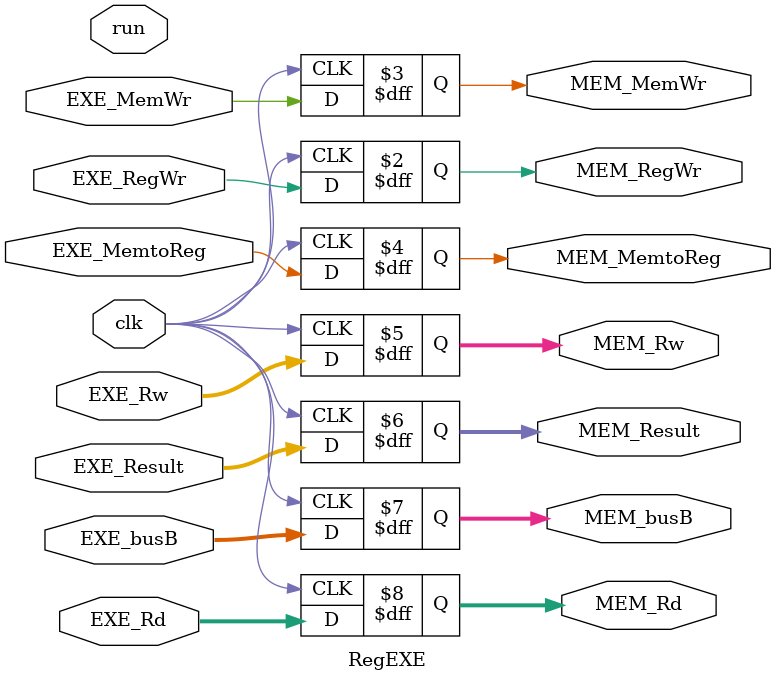
<source format=v>
module RegEXE(clk,run,
			EXE_RegWr,EXE_Rw,EXE_Result,EXE_MemWr,EXE_busB,EXE_MemtoReg,EXE_Rd,
			MEM_RegWr,MEM_Rw,MEM_Result,MEM_MemWr,MEM_busB,MEM_MemtoReg,MEM_Rd);
input clk,run;
input EXE_RegWr,EXE_MemWr,EXE_MemtoReg;
input [4:0]EXE_Rw;
input [31:0]EXE_Result;
input [31:0]EXE_busB;
input [4:0]EXE_Rd;

output reg MEM_RegWr,MEM_MemWr,MEM_MemtoReg;
output reg[4:0]MEM_Rw;
output reg[31:0]MEM_Result;
output reg[31:0]MEM_busB;
output reg[4:0]MEM_Rd;

always@(negedge clk)
begin
	MEM_Rw=EXE_Rw;
	MEM_RegWr=EXE_RegWr;
	MEM_MemWr=EXE_MemWr;
	MEM_MemtoReg=EXE_MemtoReg;
	MEM_Result=EXE_Result;
	MEM_busB=EXE_busB;
	MEM_Rd=EXE_Rd;
end
endmodule
</source>
